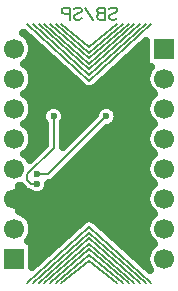
<source format=gbl>
G04 DipTrace 3.1.0.1*
G04 BOARD.gbl*
%MOIN*%
G04 #@! TF.FileFunction,Copper,L2,Bot*
G04 #@! TF.Part,Single*
G04 #@! TA.AperFunction,Conductor*
%ADD14C,0.007008*%
G04 #@! TA.AperFunction,CopperBalancing*
%ADD15C,0.025*%
G04 #@! TA.AperFunction,Nonconductor*
%ADD16C,0.006*%
G04 #@! TA.AperFunction,ComponentPad*
%ADD18R,0.066929X0.066929*%
%ADD19C,0.066929*%
G04 #@! TA.AperFunction,ViaPad*
%ADD21C,0.023622*%
%ADD36C,0.006176*%
%FSLAX26Y26*%
G04*
G70*
G90*
G75*
G01*
G04 Bottom*
%LPD*%
X531395Y774988D2*
D14*
X512647D1*
X500148Y787487D1*
Y806235D1*
X587639Y893726D1*
Y999965D1*
X531395Y737492D2*
X550143D1*
X762621Y949970D1*
X531395Y806235D2*
X568891D1*
X762621Y999965D1*
D21*
X531395Y737492D3*
Y774988D3*
Y806235D3*
X762621Y999965D3*
X587639D3*
X762621Y949970D3*
X518597Y1219392D2*
D15*
X550450D1*
X862547D2*
X894042D1*
X510524Y1194524D2*
X577794D1*
X835203D2*
X894042D1*
X498933Y1169655D2*
X605173D1*
X807824D2*
X894042D1*
X515512Y1144786D2*
X632517D1*
X780480D2*
X897307D1*
X518634Y1119917D2*
X659861D1*
X753136D2*
X894257D1*
X510846Y1095049D2*
X687635D1*
X725362D2*
X902188D1*
X498358Y1070180D2*
X914280D1*
X515332Y1045311D2*
X897487D1*
X518705Y1020442D2*
X552747D1*
X622518D2*
X727755D1*
X797490D2*
X894220D1*
X511134Y995573D2*
X547077D1*
X628188D2*
X713293D1*
X803194D2*
X901900D1*
X497748Y970705D2*
X555151D1*
X620150D2*
X688425D1*
X789846D2*
X914890D1*
X515152Y945836D2*
X555151D1*
X620150D2*
X663558D1*
X753424D2*
X897665D1*
X518741Y920967D2*
X555151D1*
X620150D2*
X638689D1*
X728555D2*
X894185D1*
X511420Y896098D2*
X545068D1*
X703688D2*
X901613D1*
X497102Y871230D2*
X520199D1*
X678820D2*
X915500D1*
X653953Y846361D2*
X897881D1*
X629085Y821492D2*
X894150D1*
X604217Y796623D2*
X901325D1*
X572064Y771755D2*
X916146D1*
X473526Y746886D2*
X499638D1*
X559936D2*
X898060D1*
X473348Y722017D2*
X894113D1*
X473168Y697148D2*
X901039D1*
X495811Y672280D2*
X916793D1*
X514542Y647411D2*
X678378D1*
X734621D2*
X898276D1*
X518812Y622542D2*
X651034D1*
X761963D2*
X894077D1*
X512282Y597673D2*
X623690D1*
X789307D2*
X900752D1*
X518885Y572804D2*
X596311D1*
X816688D2*
X917474D1*
X518885Y547936D2*
X568967D1*
X844031D2*
X898491D1*
X518885Y523067D2*
X541623D1*
X871375D2*
X894077D1*
X501041Y584979D2*
X516367D1*
Y497816D1*
X688735Y654421D1*
X692539Y656919D1*
X696688Y658789D1*
X701077Y659988D1*
X705601Y660486D1*
X710147Y660269D1*
X714602Y659344D1*
X718858Y657734D1*
X722810Y655476D1*
X732803Y646778D1*
X907756Y487731D1*
X909686Y487749D1*
X905370Y493917D1*
X901098Y502302D1*
X898192Y511251D1*
X896719Y520545D1*
Y529954D1*
X898192Y539248D1*
X901098Y548197D1*
X905370Y556581D1*
X910902Y564193D1*
X917555Y570846D1*
X923440Y575223D1*
X917555Y579652D1*
X910902Y586306D1*
X905370Y593917D1*
X901098Y602302D1*
X898192Y611251D1*
X896719Y620545D1*
Y629954D1*
X898192Y639248D1*
X901098Y648197D1*
X905370Y656581D1*
X910902Y664193D1*
X917555Y670846D1*
X923440Y675223D1*
X917555Y679652D1*
X910902Y686306D1*
X905370Y693917D1*
X901098Y702302D1*
X898192Y711251D1*
X896719Y720545D1*
Y729954D1*
X898192Y739248D1*
X901098Y748197D1*
X905370Y756581D1*
X910902Y764193D1*
X917555Y770846D1*
X923440Y775223D1*
X917555Y779652D1*
X910902Y786306D1*
X905370Y793917D1*
X901098Y802302D1*
X898192Y811251D1*
X896719Y820545D1*
Y829954D1*
X898192Y839248D1*
X901098Y848197D1*
X905370Y856581D1*
X910902Y864193D1*
X917555Y870846D1*
X923440Y875223D1*
X917555Y879652D1*
X910902Y886306D1*
X905370Y893917D1*
X901098Y902302D1*
X898192Y911251D1*
X896719Y920545D1*
Y929954D1*
X898192Y939248D1*
X901098Y948197D1*
X905370Y956581D1*
X910902Y964193D1*
X917555Y970846D1*
X923440Y975223D1*
X917555Y979652D1*
X910902Y986306D1*
X905370Y993917D1*
X901098Y1002302D1*
X898192Y1011251D1*
X896719Y1020545D1*
Y1029954D1*
X898192Y1039248D1*
X901098Y1048197D1*
X905370Y1056581D1*
X910902Y1064193D1*
X917555Y1070846D1*
X923440Y1075223D1*
X917555Y1079652D1*
X910902Y1086306D1*
X905370Y1093917D1*
X901098Y1102302D1*
X898192Y1111251D1*
X896719Y1120545D1*
Y1129954D1*
X898192Y1139248D1*
X901098Y1148197D1*
X905370Y1156581D1*
X910902Y1164193D1*
X911912Y1165287D1*
X896534Y1165285D1*
Y1252591D1*
X724264Y1096076D1*
X720459Y1093579D1*
X716311Y1091709D1*
X711921Y1090509D1*
X707398Y1090013D1*
X702852Y1090228D1*
X698396Y1091154D1*
X694140Y1092764D1*
X690189Y1095021D1*
X680196Y1103719D1*
X489226Y1277051D1*
X486176D1*
X491650Y1273526D1*
X498804Y1267416D1*
X504915Y1260261D1*
X509832Y1252238D1*
X513433Y1243545D1*
X515629Y1234395D1*
X516367Y1225014D1*
X515629Y1215634D1*
X513433Y1206484D1*
X509832Y1197791D1*
X504915Y1189768D1*
X498804Y1182613D1*
X491650Y1176503D1*
X489462Y1175041D1*
X495346Y1170612D1*
X502000Y1163958D1*
X507531Y1156346D1*
X511803Y1147962D1*
X514710Y1139013D1*
X516182Y1129719D1*
Y1120310D1*
X514710Y1111016D1*
X511803Y1102067D1*
X507531Y1093682D1*
X502000Y1086071D1*
X495346Y1079417D1*
X489462Y1075041D1*
X495346Y1070612D1*
X502000Y1063958D1*
X507531Y1056346D1*
X511803Y1047962D1*
X514710Y1039013D1*
X516182Y1029719D1*
Y1020310D1*
X514710Y1011016D1*
X511803Y1002067D1*
X507531Y993682D1*
X502000Y986071D1*
X495346Y979417D1*
X489462Y975041D1*
X495346Y970612D1*
X502000Y963958D1*
X507531Y956346D1*
X511803Y947962D1*
X514710Y939013D1*
X516182Y929719D1*
Y920310D1*
X514710Y911016D1*
X511803Y902067D1*
X507531Y893682D1*
X502000Y886071D1*
X495346Y879417D1*
X489462Y875041D1*
X495346Y870612D1*
X502000Y863958D1*
X507630Y856169D1*
X557617Y906135D1*
X557635Y976152D1*
X554974Y979948D1*
X552244Y985303D1*
X550387Y991021D1*
X549446Y996959D1*
Y1002970D1*
X550387Y1008908D1*
X552244Y1014626D1*
X554974Y1019982D1*
X558507Y1024845D1*
X562759Y1029097D1*
X567622Y1032630D1*
X572978Y1035360D1*
X578696Y1037217D1*
X584634Y1038157D1*
X590644D1*
X596583Y1037217D1*
X602301Y1035360D1*
X607656Y1032630D1*
X612520Y1029097D1*
X616772Y1024845D1*
X620304Y1019982D1*
X623034Y1014626D1*
X624891Y1008908D1*
X625832Y1002970D1*
Y996959D1*
X624891Y991021D1*
X623034Y985303D1*
X620304Y979948D1*
X617636Y976181D1*
X617643Y897434D1*
X724556Y1004333D1*
X725369Y1008908D1*
X727226Y1014626D1*
X729955Y1019982D1*
X733488Y1024845D1*
X737740Y1029097D1*
X742604Y1032630D1*
X747959Y1035360D1*
X753677Y1037217D1*
X759615Y1038157D1*
X765626D1*
X771564Y1037217D1*
X777282Y1035360D1*
X782638Y1032630D1*
X787501Y1029097D1*
X791753Y1024845D1*
X795286Y1019982D1*
X798016Y1014626D1*
X799873Y1008908D1*
X800814Y1002970D1*
Y996959D1*
X799873Y991021D1*
X798016Y985303D1*
X795286Y979948D1*
X791753Y975084D1*
X787501Y970832D1*
X782638Y967299D1*
X777282Y964570D1*
X771564Y962713D1*
X767016Y961936D1*
X588377Y783420D1*
X584568Y780652D1*
X580373Y778514D1*
X575895Y777060D1*
X571236Y776323D1*
X569706Y774988D1*
X569235Y768995D1*
X567831Y763150D1*
X565530Y757596D1*
X562390Y752470D1*
X558486Y747898D1*
X553913Y743993D1*
X548787Y740853D1*
X543234Y738552D1*
X537388Y737148D1*
X531395Y736677D1*
X525402Y737148D1*
X519556Y738552D1*
X514003Y740853D1*
X508877Y743993D1*
X506929Y745529D1*
X501165Y747268D1*
X496970Y749406D1*
X493161Y752173D1*
X478932Y766270D1*
X477327Y768008D1*
X474933Y767984D1*
X471198Y766932D1*
X470564Y683294D1*
X479350Y680415D1*
X487735Y676143D1*
X495346Y670612D1*
X502000Y663958D1*
X507531Y656346D1*
X511803Y647962D1*
X514710Y639013D1*
X516182Y629719D1*
Y620310D1*
X514710Y611016D1*
X511803Y602067D1*
X507531Y593682D1*
X502000Y586071D1*
X500990Y584976D1*
D18*
X456403Y525014D3*
D19*
Y625014D3*
Y725014D3*
Y825014D3*
Y925014D3*
Y1025014D3*
Y1125014D3*
Y1225014D3*
D18*
X956499Y1225249D3*
D19*
Y1125249D3*
Y1025249D3*
Y925249D3*
Y825249D3*
Y725249D3*
Y625249D3*
Y525249D3*
X500249Y1306499D2*
D16*
X706500Y1118999D1*
X912749Y1306499D1*
X518999D2*
X706500Y1137749D1*
X893999Y1306499D1*
X537749D2*
X706500Y1156500D1*
X875249Y1306499D1*
X868999Y1300249D1*
X556499Y1306499D2*
X706500Y1175248D1*
X856500Y1306499D1*
X575249D2*
X706500Y1193999D1*
X837749Y1306499D1*
X612749D2*
X706500Y1231499D1*
X800249Y1306499D1*
X593999D2*
X706500Y1212749D1*
X818999Y1306499D1*
X912749Y443999D2*
X706499Y631499D1*
X500249Y443999D1*
X894000D2*
X706499Y612748D1*
X519000Y443999D1*
X875249D2*
X706499Y593997D1*
X537749Y443999D1*
X544000Y450248D1*
X856500Y443999D2*
X706499Y575249D1*
X556499Y443999D1*
X837749D2*
X706499Y556499D1*
X575249Y443999D1*
X800249D2*
X706499Y518999D1*
X612749Y443999D1*
X819000D2*
X706499Y537748D1*
X594000Y443999D1*
X771537Y1356382D2*
D36*
X775339Y1360229D1*
X781088Y1362130D1*
X788737D1*
X794485Y1360229D1*
X798332Y1356382D1*
Y1352579D1*
X796386Y1348733D1*
X794485Y1346831D1*
X790682Y1344930D1*
X779186Y1341083D1*
X775339Y1339182D1*
X773438Y1337236D1*
X771537Y1333434D1*
Y1327686D1*
X775339Y1323883D1*
X781088Y1321938D1*
X788737D1*
X794485Y1323883D1*
X798332Y1327686D1*
X759186Y1362130D2*
Y1321938D1*
X741941D1*
X736193Y1323883D1*
X734292Y1325785D1*
X732391Y1329587D1*
Y1335335D1*
X734292Y1339182D1*
X736193Y1341083D1*
X741941Y1342985D1*
X736193Y1344930D1*
X734292Y1346831D1*
X732391Y1350634D1*
Y1354481D1*
X734292Y1358283D1*
X736193Y1360229D1*
X741941Y1362130D1*
X759186D1*
Y1342985D2*
X741941D1*
X720039Y1321938D2*
X693245Y1362086D1*
X654099Y1356382D2*
X657901Y1360229D1*
X663649Y1362130D1*
X671299D1*
X677047Y1360229D1*
X680893Y1356382D1*
Y1352579D1*
X678948Y1348733D1*
X677047Y1346831D1*
X673244Y1344930D1*
X661748Y1341083D1*
X657901Y1339182D1*
X656000Y1337236D1*
X654099Y1333434D1*
Y1327686D1*
X657901Y1323883D1*
X663649Y1321938D1*
X671299D1*
X677047Y1323883D1*
X680893Y1327686D1*
X641747Y1341083D2*
X624503D1*
X618799Y1342985D1*
X616854Y1344930D1*
X614953Y1348733D1*
Y1354481D1*
X616854Y1358283D1*
X618799Y1360229D1*
X624503Y1362130D1*
X641747D1*
Y1321938D1*
M02*

</source>
